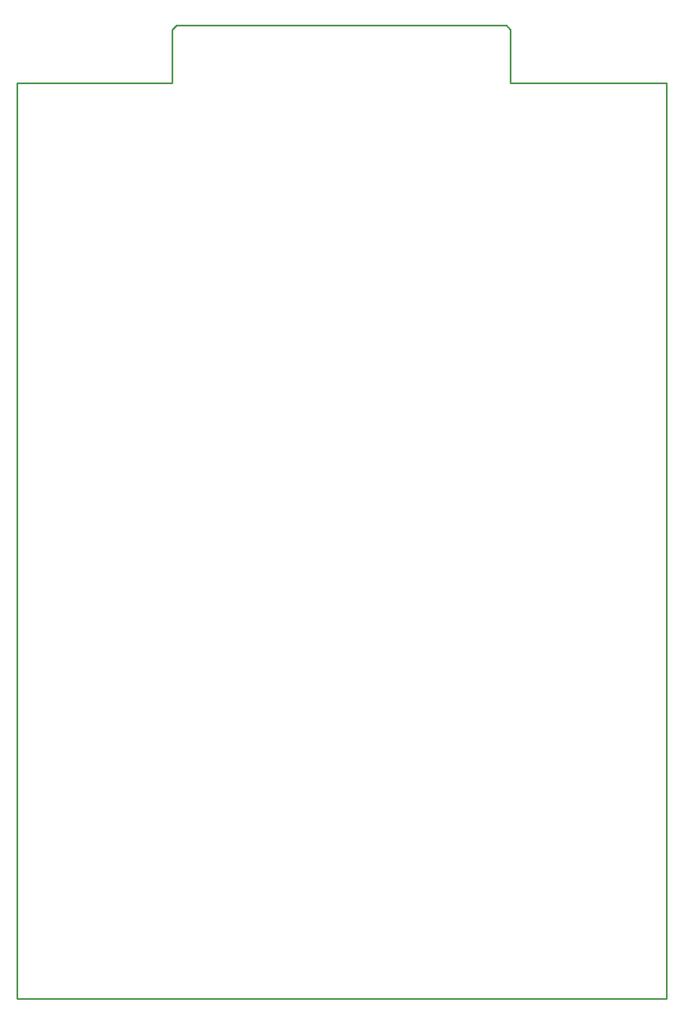
<source format=gko>
G04 Layer: BoardOutlineLayer*
G04 EasyEDA v6.5.1, 2022-04-23 16:14:00*
G04 1ebaea4ae95649dd8011ffabadda3e85,10*
G04 Gerber Generator version 0.2*
G04 Scale: 100 percent, Rotated: No, Reflected: No *
G04 Dimensions in millimeters *
G04 leading zeros omitted , absolute positions ,4 integer and 5 decimal *
%FSLAX45Y45*%
%MOMM*%

%ADD10C,0.2540*%
D10*
X0Y-15000003D02*
G01*
X0Y-901700D01*
X9994900Y-901700D02*
G01*
X9994900Y-15000003D01*
X9993901Y-15000003D02*
G01*
X0Y-15000003D01*
X0Y-901700D02*
G01*
X2387600Y-901700D01*
X7594600Y-901700D02*
G01*
X9994894Y-901700D01*
X7531100Y-12700D02*
G01*
X7594600Y-76200D01*
X7594600Y-901700D01*
X2451100Y-12700D02*
G01*
X7531105Y-12700D01*
X2387600Y-901700D02*
G01*
X2387600Y-76200D01*
X2451100Y-12700D01*

%LPD*%
M02*

</source>
